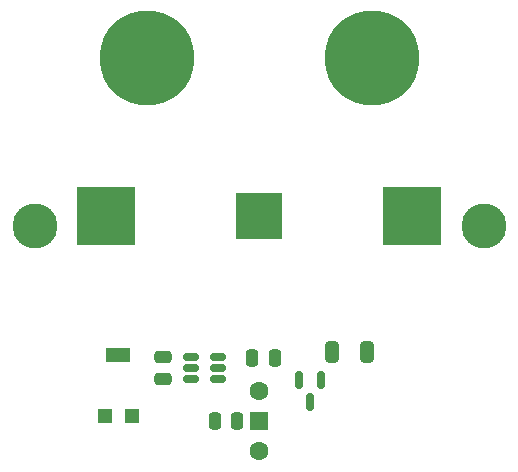
<source format=gbr>
%TF.GenerationSoftware,KiCad,Pcbnew,9.0.0*%
%TF.CreationDate,2025-07-13T02:11:53+05:30*%
%TF.ProjectId,REF03,52454630-332e-46b6-9963-61645f706362,rev?*%
%TF.SameCoordinates,Original*%
%TF.FileFunction,Soldermask,Bot*%
%TF.FilePolarity,Negative*%
%FSLAX46Y46*%
G04 Gerber Fmt 4.6, Leading zero omitted, Abs format (unit mm)*
G04 Created by KiCad (PCBNEW 9.0.0) date 2025-07-13 02:11:53*
%MOMM*%
%LPD*%
G01*
G04 APERTURE LIST*
G04 Aperture macros list*
%AMRoundRect*
0 Rectangle with rounded corners*
0 $1 Rounding radius*
0 $2 $3 $4 $5 $6 $7 $8 $9 X,Y pos of 4 corners*
0 Add a 4 corners polygon primitive as box body*
4,1,4,$2,$3,$4,$5,$6,$7,$8,$9,$2,$3,0*
0 Add four circle primitives for the rounded corners*
1,1,$1+$1,$2,$3*
1,1,$1+$1,$4,$5*
1,1,$1+$1,$6,$7*
1,1,$1+$1,$8,$9*
0 Add four rect primitives between the rounded corners*
20,1,$1+$1,$2,$3,$4,$5,0*
20,1,$1+$1,$4,$5,$6,$7,0*
20,1,$1+$1,$6,$7,$8,$9,0*
20,1,$1+$1,$8,$9,$2,$3,0*%
G04 Aperture macros list end*
%ADD10R,1.500000X1.500000*%
%ADD11C,1.600000*%
%ADD12C,3.800000*%
%ADD13C,8.000000*%
%ADD14RoundRect,0.150000X-0.150000X0.587500X-0.150000X-0.587500X0.150000X-0.587500X0.150000X0.587500X0*%
%ADD15R,5.000000X5.000000*%
%ADD16R,4.000000X4.000000*%
%ADD17RoundRect,0.250000X0.475000X-0.250000X0.475000X0.250000X-0.475000X0.250000X-0.475000X-0.250000X0*%
%ADD18RoundRect,0.250000X-0.250000X-0.475000X0.250000X-0.475000X0.250000X0.475000X-0.250000X0.475000X0*%
%ADD19RoundRect,0.150000X-0.512500X-0.150000X0.512500X-0.150000X0.512500X0.150000X-0.512500X0.150000X0*%
%ADD20R,1.300000X1.300000*%
%ADD21R,2.000000X1.300000*%
%ADD22RoundRect,0.250000X-0.325000X-0.650000X0.325000X-0.650000X0.325000X0.650000X-0.325000X0.650000X0*%
%ADD23RoundRect,0.250000X0.250000X0.475000X-0.250000X0.475000X-0.250000X-0.475000X0.250000X-0.475000X0*%
G04 APERTURE END LIST*
D10*
%TO.C,SW1*%
X0Y-16510000D03*
D11*
X0Y-13970000D03*
X0Y-19050000D03*
%TD*%
D12*
%TO.C,H2*%
X19000000Y0D03*
%TD*%
D13*
%TO.C,TP4*%
X9525000Y14224000D03*
%TD*%
%TO.C,TP1*%
X-9525000Y14224000D03*
%TD*%
D12*
%TO.C,H1*%
X-19000000Y0D03*
%TD*%
D14*
%TO.C,D3*%
X3368000Y-13032500D03*
X5268000Y-13032500D03*
X4318000Y-14907501D03*
%TD*%
D15*
%TO.C,BT1*%
X12950000Y889000D03*
X-12950000Y889000D03*
D16*
X0Y889000D03*
%TD*%
D17*
%TO.C,C1*%
X-8128000Y-12938799D03*
X-8128000Y-11038801D03*
%TD*%
D18*
%TO.C,C5*%
X-3743999Y-16510000D03*
X-1844001Y-16510000D03*
%TD*%
D19*
%TO.C,U1*%
X-5787101Y-12963025D03*
X-5787101Y-12013026D03*
X-5787101Y-11063027D03*
X-3512101Y-11063027D03*
X-3512101Y-12013026D03*
X-3512101Y-12963025D03*
%TD*%
D20*
%TO.C,R2*%
X-10788000Y-16062000D03*
D21*
X-11938000Y-10861999D03*
D20*
X-13088000Y-16062000D03*
%TD*%
D22*
%TO.C,C3*%
X6144999Y-10668000D03*
X9095001Y-10668000D03*
%TD*%
D23*
%TO.C,C2*%
X1330999Y-11176000D03*
X-568999Y-11176000D03*
%TD*%
M02*

</source>
